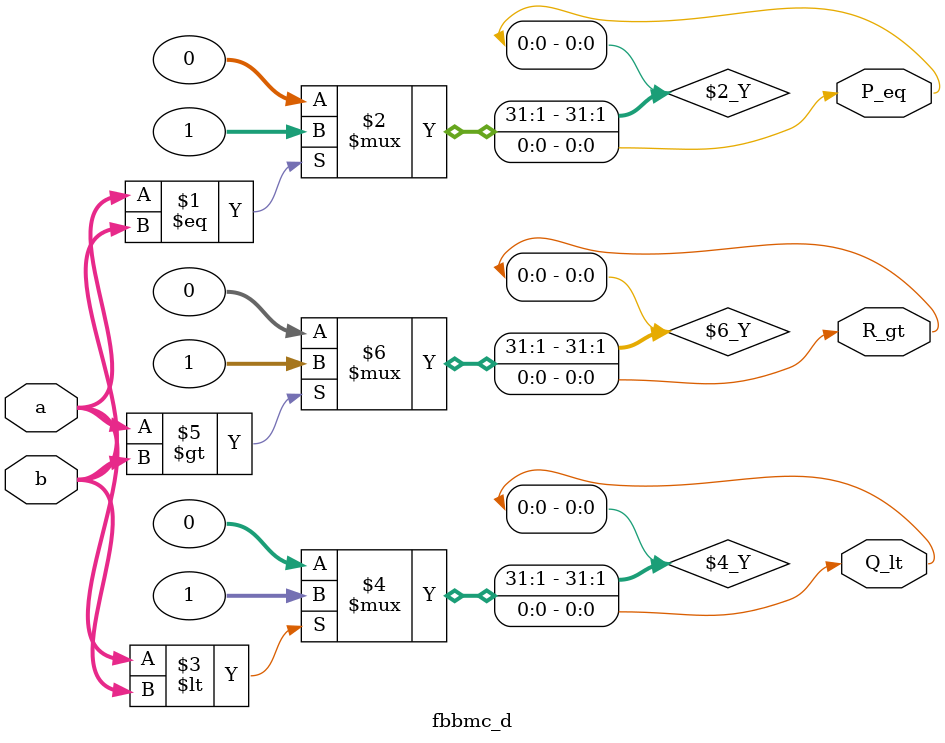
<source format=v>
module fbbmc_d(a,b, P_eq, Q_lt, R_gt);
input [3:0]a,b;
output P_eq, Q_lt, R_gt;
assign P_eq=(a==b)?1:0;
assign Q_lt=(a<b)?1:0;
assign R_gt=(a>b)?1:0;

endmodule 
</source>
